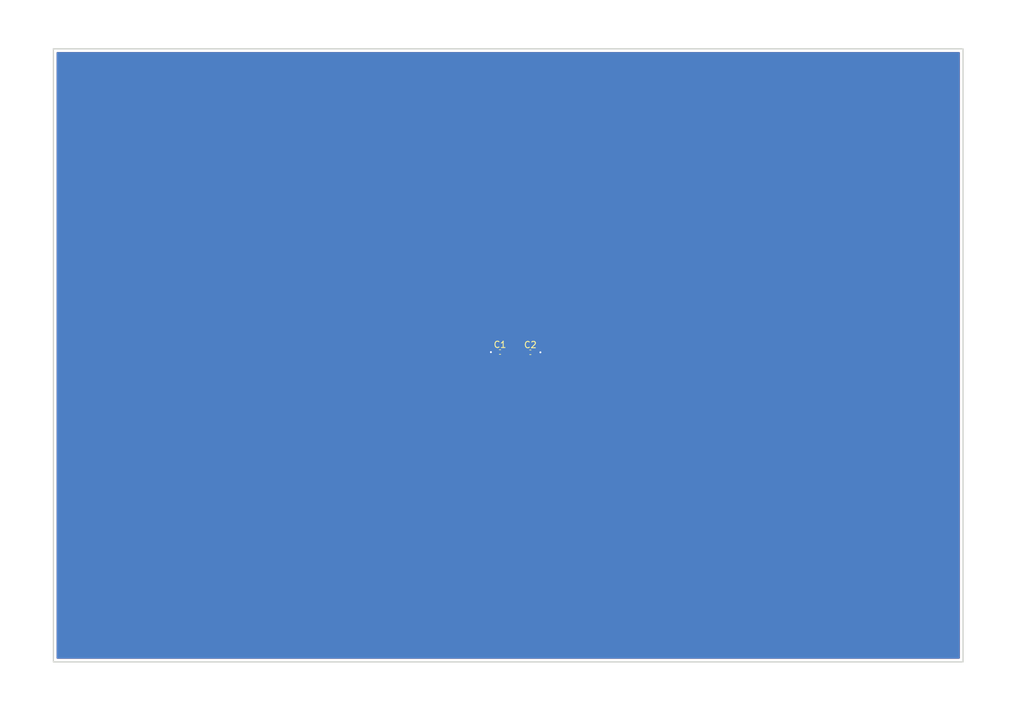
<source format=kicad_pcb>
(kicad_pcb (version 20240108) (generator "pcbnew") (generator_version "8.0")
  (layers (0 "F.Cu" signal "Sig1.Cu.Front") (1 "In1.Cu" signal "GND.Cu") (2 "In2.Cu" signal "VCC.Cu") (31 "B.Cu" signal "Sig2.Cu.Back") (34 "B.Paste" user) (35 "F.Paste" user) (36 "B.SilkS" user "B.Silkscreen") (37 "F.SilkS" user "F.Silkscreen") (38 "B.Mask" user) (39 "F.Mask" user) (44 "Edge.Cuts" user))
  (net 0 "")
  (net 1 "Earth")
  (net 2 "Net-(C1-Pad2)")
  (footprint "Capacitor_SMD:C_0402_1005Metric" (layer "F.Cu") (at 156.265 99.025)
    (property "Reference" "C2" (at 0 -1.16 0) (layer "F.SilkS"))
    (property "Value" "C")
    (fp_line (start -0.107836 -0.36) (end 0.107836 -0.36) (stroke (width 0.12)) (layer "F.SilkS"))
    (fp_line (start -0.107836 0.36) (end 0.107836 0.36) (stroke (width 0.12)) (layer "F.SilkS"))
    (pad "1" smd roundrect (at -0.48 0) (size 0.56 0.62) (layers "F.Cu" "F.Paste" "F.Mask") (net 2 "Net-(C1-Pad2)"))
    (pad "2" smd roundrect (at 0.48 0) (size 0.56 0.62) (layers "F.Cu" "F.Paste" "F.Mask") (net 1 "Earth"))
  )
  (footprint "Capacitor_SMD:C_0402_1005Metric" (layer "F.Cu") (at 151.515 98.985)
    (property "Reference" "C1" (at 0 -1.16 0) (layer "F.SilkS"))
    (property "Value" "C")
    (fp_line (start -0.107836 -0.36) (end 0.107836 -0.36) (stroke (width 0.12)) (layer "F.SilkS"))
    (fp_line (start -0.107836 0.36) (end 0.107836 0.36) (stroke (width 0.12)) (layer "F.SilkS"))
    (pad "1" smd roundrect (at -0.48 0) (size 0.56 0.62) (layers "F.Cu" "F.Paste" "F.Mask") (net 1 "Earth"))
    (pad "2" smd roundrect (at 0.48 0) (size 0.56 0.62) (layers "F.Cu" "F.Paste" "F.Mask") (net 2 "Net-(C1-Pad2)"))
  )
  (gr_rect (start 81.59 51.48) (end 224.01 147.54) (stroke (width 0.2)) (fill none) (layer "Edge.Cuts"))
  (via (at 157.84 99.03) (size 0.6) (drill 0.3) (layers "F.Cu" "B.Cu") (net 1))
  (via (at 150.09 99) (size 0.6) (drill 0.3) (layers "F.Cu" "B.Cu") (net 1))
  (segment (start 155.53 98.77) (end 155.785 99.025) (width 0.2) (layer "F.Cu") (net 2))
  (segment (start 151.995 98.985) (end 152.21 98.77) (width 0.2) (layer "F.Cu") (net 2))
  (segment (start 152.21 98.77) (end 155.53 98.77) (width 0.2) (layer "F.Cu") (net 2))
  (zone (net 1) (net_name "Earth") (layers "F.Cu" "In1.Cu" "In2.Cu" "B.Cu") (connect_pads (clearance 0.5)) (min_thickness 0.25) (fill yes (thermal_gap 0.5) (thermal_bridge_width 0.5) (island_removal_mode 1) (island_area_min 10))
    (polygon (pts (xy 232.85 157.57) (xy 233.57 44.31) (xy 73.47 43.83) (xy 73.23 156.62) (xy 232.84 157.55)))
  )
)
</source>
